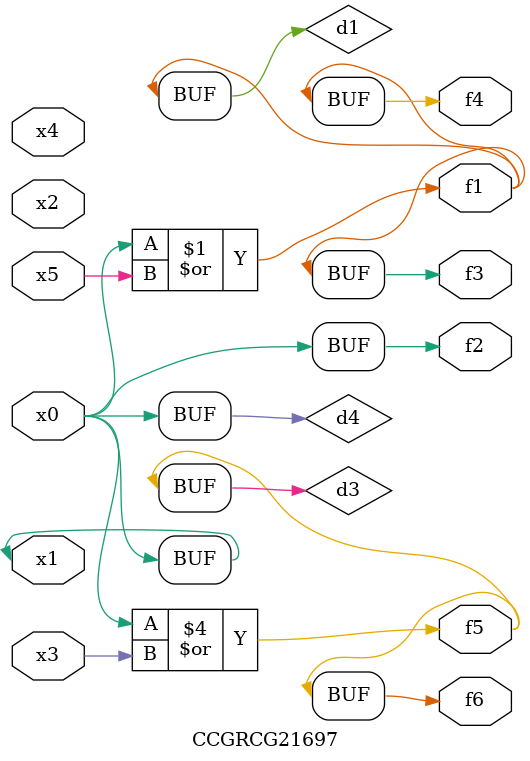
<source format=v>
module CCGRCG21697(
	input x0, x1, x2, x3, x4, x5,
	output f1, f2, f3, f4, f5, f6
);

	wire d1, d2, d3, d4;

	or (d1, x0, x5);
	xnor (d2, x1, x4);
	or (d3, x0, x3);
	buf (d4, x0, x1);
	assign f1 = d1;
	assign f2 = d4;
	assign f3 = d1;
	assign f4 = d1;
	assign f5 = d3;
	assign f6 = d3;
endmodule

</source>
